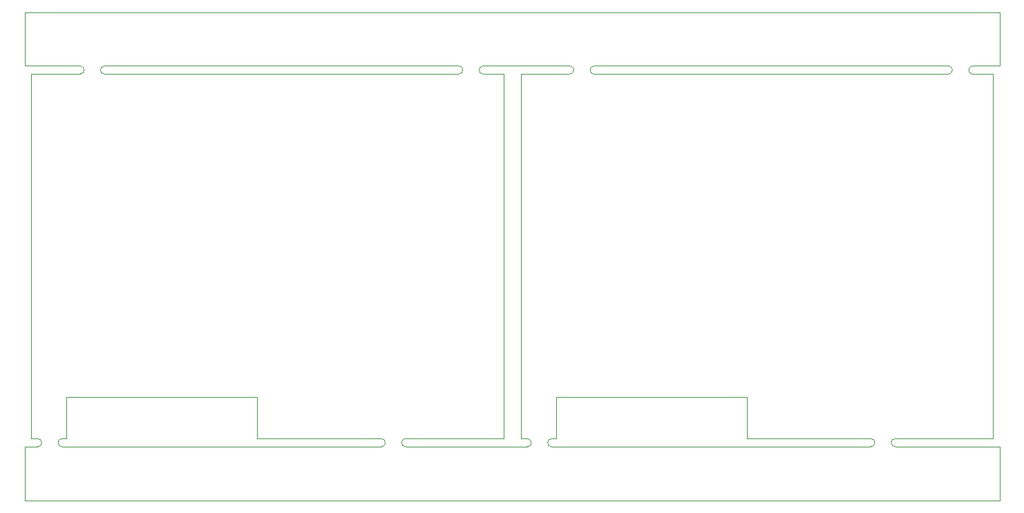
<source format=gbr>
%TF.GenerationSoftware,KiCad,Pcbnew,7.0.10*%
%TF.CreationDate,2024-03-22T19:30:53+01:00*%
%TF.ProjectId,SmartDisplay,536d6172-7444-4697-9370-6c61792e6b69,rev?*%
%TF.SameCoordinates,Original*%
%TF.FileFunction,Profile,NP*%
%FSLAX46Y46*%
G04 Gerber Fmt 4.6, Leading zero omitted, Abs format (unit mm)*
G04 Created by KiCad (PCBNEW 7.0.10) date 2024-03-22 19:30:53*
%MOMM*%
%LPD*%
G01*
G04 APERTURE LIST*
%TA.AperFunction,Profile*%
%ADD10C,0.050000*%
%TD*%
G04 APERTURE END LIST*
D10*
X107000000Y-93920000D02*
X107500000Y-93920000D01*
X107000000Y-87320000D02*
X107500000Y-87320000D01*
X107000000Y-40620000D02*
X107500000Y-40620000D01*
X107000000Y-34020000D02*
X107500000Y-34020000D01*
X154190000Y-86320000D02*
X166190000Y-86320000D01*
X160690000Y-40620000D02*
X117290000Y-40620000D01*
X109090000Y-87320000D02*
X107500000Y-87320000D01*
X114290000Y-41620000D02*
G75*
G03*
X114290000Y-40620000I0J500000D01*
G01*
X112090000Y-86320000D02*
G75*
G03*
X112090000Y-87320000I0J-500000D01*
G01*
X151190000Y-87320000D02*
G75*
G03*
X151190000Y-86320000I0J500000D01*
G01*
X109090000Y-87320000D02*
G75*
G03*
X109090000Y-86320000I0J500000D01*
G01*
X112090000Y-87320000D02*
X151190000Y-87320000D01*
X167000000Y-40620000D02*
X167000000Y-34020000D01*
X108290000Y-86320000D02*
X109090000Y-86320000D01*
X107500000Y-34020000D02*
X167000000Y-34020000D01*
X117290000Y-40620000D02*
G75*
G03*
X117290000Y-41620000I0J-500000D01*
G01*
X154190000Y-86320000D02*
G75*
G03*
X154190000Y-87320000I0J-500000D01*
G01*
X108290000Y-41620000D02*
X114290000Y-41620000D01*
X163690000Y-41620000D02*
X166190000Y-41620000D01*
X167000000Y-93920000D02*
X107500000Y-93920000D01*
X117290000Y-41620000D02*
X160690000Y-41620000D01*
X163690000Y-40620000D02*
X167000000Y-40620000D01*
X163690000Y-40620000D02*
G75*
G03*
X163690000Y-41620000I0J-500000D01*
G01*
X167000000Y-87320000D02*
X167000000Y-93920000D01*
X114290000Y-40620000D02*
X107500000Y-40620000D01*
X154190000Y-87320000D02*
X167000000Y-87320000D01*
X160690000Y-41620000D02*
G75*
G03*
X160690000Y-40620000I0J500000D01*
G01*
X135976000Y-81240000D02*
X135976000Y-86320000D01*
X108290000Y-86320000D02*
X108290000Y-41620000D01*
X112608000Y-81240000D02*
X112608000Y-86320000D01*
X166190000Y-86320000D02*
X166190000Y-41620000D01*
X112608000Y-81240000D02*
X135976000Y-81240000D01*
X135976000Y-86320000D02*
X151190000Y-86320000D01*
X112090000Y-86320000D02*
X112608000Y-86320000D01*
X75976000Y-86320000D02*
X91190000Y-86320000D01*
X52608000Y-81240000D02*
X75976000Y-81240000D01*
X106190000Y-86320000D02*
X106190000Y-41620000D01*
X52608000Y-81240000D02*
X52608000Y-86320000D01*
X48290000Y-86320000D02*
X48290000Y-41620000D01*
X75976000Y-81240000D02*
X75976000Y-86320000D01*
X100690000Y-41620000D02*
G75*
G03*
X100690000Y-40620000I0J500000D01*
G01*
X52090000Y-86320000D02*
X52608000Y-86320000D01*
X94190000Y-87320000D02*
X107000000Y-87320000D01*
X54290000Y-40620000D02*
X47500000Y-40620000D01*
X103690000Y-40620000D02*
G75*
G03*
X103690000Y-41620000I0J-500000D01*
G01*
X103690000Y-40620000D02*
X107000000Y-40620000D01*
X57290000Y-41620000D02*
X100690000Y-41620000D01*
X107000000Y-93920000D02*
X47500000Y-93920000D01*
X47500000Y-87320000D02*
X47500000Y-93920000D01*
X103690000Y-41620000D02*
X106190000Y-41620000D01*
X48290000Y-41620000D02*
X54290000Y-41620000D01*
X94190000Y-86320000D02*
G75*
G03*
X94190000Y-87320000I0J-500000D01*
G01*
X57290000Y-40620000D02*
G75*
G03*
X57290000Y-41620000I0J-500000D01*
G01*
X47500000Y-34020000D02*
X107000000Y-34020000D01*
X48290000Y-86320000D02*
X49090000Y-86320000D01*
X52090000Y-87320000D02*
X91190000Y-87320000D01*
X49090000Y-87320000D02*
G75*
G03*
X49090000Y-86320000I0J500000D01*
G01*
X91190000Y-87320000D02*
G75*
G03*
X91190000Y-86320000I0J500000D01*
G01*
X52090000Y-86320000D02*
G75*
G03*
X52090000Y-87320000I0J-500000D01*
G01*
X54290000Y-41620000D02*
G75*
G03*
X54290000Y-40620000I0J500000D01*
G01*
X49090000Y-87320000D02*
X47500000Y-87320000D01*
X100690000Y-40620000D02*
X57290000Y-40620000D01*
X47500000Y-40620000D02*
X47500000Y-34020000D01*
X94190000Y-86320000D02*
X106190000Y-86320000D01*
M02*

</source>
